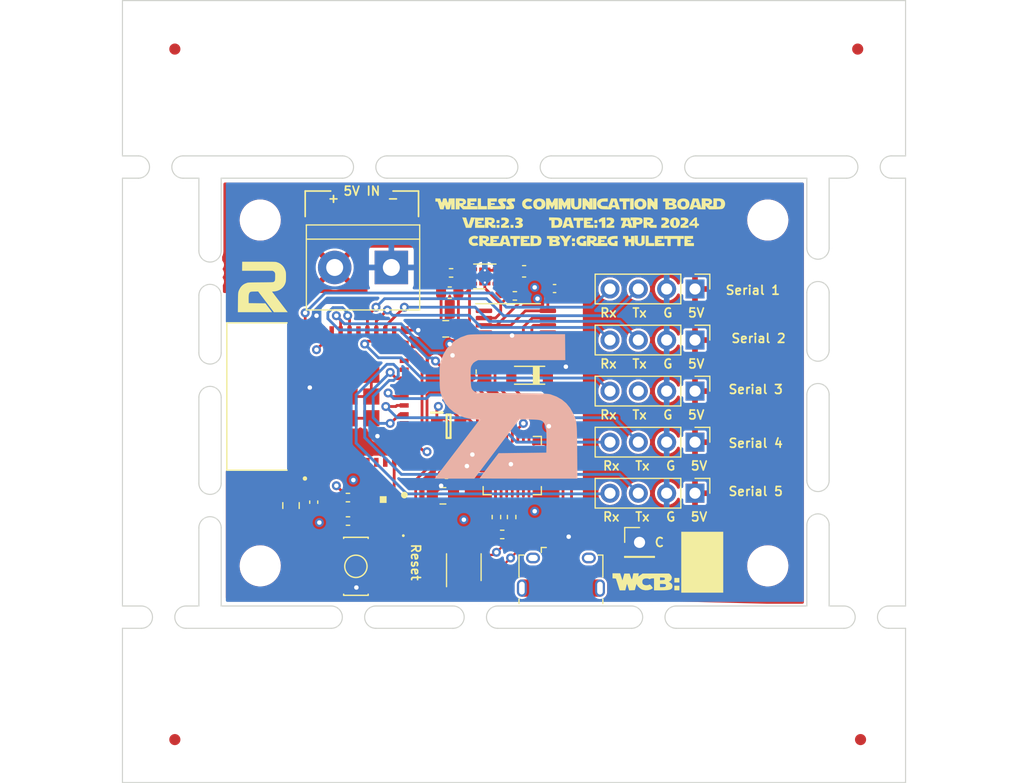
<source format=kicad_pcb>
(kicad_pcb (version 20211014) (generator pcbnew)
  (title_block (title "R2 Droid Gateway") (date "2023-07-06") (rev "1.1") (company "Created by: Greg Hulette") (comment 1 "- Creates WiFi Network for Remote Web Access") (comment 2 "- WiFi to LoRa Bridge") (comment 3 "- Buttons for Master Relay"))
  (layers (0 "F.Cu" signal) (1 "In1.Cu" signal) (2 "In2.Cu" signal) (31 "B.Cu" signal) (34 "B.Paste" user) (35 "F.Paste" user) (36 "B.SilkS" user "B.Silkscreen") (37 "F.SilkS" user "F.Silkscreen") (38 "B.Mask" user) (39 "F.Mask" user) (44 "Edge.Cuts" user))
  (net 0 "")
  (net 1 "+3V3")
  (net 2 "GND")
  (net 3 "RESET")
  (net 4 "Net-(C6-Pad2)")
  (net 5 "VBUS")
  (net 6 "+5V")
  (net 7 "Net-(D1-PadA)")
  (net 8 "USB_DP")
  (net 9 "USB_DN")
  (net 11 "unconnected-(J1-Pad6)")
  (net 13 "Net-(L2-Pad3)")
  (net 14 "DTR")
  (net 15 "RTS")
  (net 16 "GPIO0")
  (net 17 "Net-(R2-Pad1)")
  (net 18 "RXD0")
  (net 19 "Net-(R3-Pad1)")
  (net 20 "TXD0")
  (net 21 "Net-(R4-Pad2)")
  (net 22 "Net-(R6-Pad1)")
  (net 23 "Net-(R9-Pad1)")
  (net 25 "STATUS_LED_DATA")
  (net 55 "CHAIN")
  (net 59 "RX4")
  (net 60 "TX4")
  (net 61 "RX5")
  (net 62 "TX5")
  (net 63 "TX3")
  (net 64 "RX3")
  (net 65 "TX2")
  (net 66 "RX2")
  (net 67 "TX1")
  (net 68 "RX1")
  (footprint "Connector_PinHeader_2.54mm:PinHeader_1x01_P2.54mm_Vertical" (layer "F.Cu") (at 143.002 120.396)
    (fp_text reference "J8" hide)
    (fp_text value "Conn_01x01" hide)
  )
  (footprint "Connector_PinHeader_2.54mm:PinHeader_1x04_P2.54mm_Vertical" (layer "F.Cu") (at 147.974 102.259 -90)
    (fp_text reference "J4")
    (fp_text value "Conn_01x04" hide)
  )
  (footprint "Resistor_SMD:R_0402_1005Metric" (layer "F.Cu") (at 130.692 119.684 180)
    (fp_text reference "R4")
    (fp_text value "22.1K" hide)
  )
  (footprint "Custom:SOT65P230X110-6N" (layer "F.Cu") (at 125.883 109.986)
    (fp_text reference "Q2")
    (fp_text value "UMH3N" hide)
  )
  (footprint "Custom:mouse-bite-2mm-slot" (layer "F.Cu") (at 159 96.012 90)
    (fp_text reference "mouse-bite-2mm-slot" hide)
    (fp_text value "VAL**" hide)
    (fp_arc (start -2 -1) (mid -1 0) (end -2 1) (layer "Edge.Cuts") (width 0.1))
    (fp_arc (start 2 1) (mid 1 0) (end 2 -1) (layer "Edge.Cuts") (width 0.1))
  )
  (footprint "Capacitor_SMD:C_0402_1005Metric" (layer "F.Cu") (at 126.634 107.858)
    (fp_text reference "C3")
    (fp_text value ".1uF" hide)
  )
  (footprint "Resistor_SMD:R_0402_1005Metric" (layer "F.Cu") (at 131.538 118.124 -90)
    (fp_text reference "R6")
    (fp_text value "1K" hide)
  )
  (footprint "Package_SO:TSSOP-8_4.4x3mm_P0.65mm" (layer "F.Cu") (at 131.92 100.614)
    (fp_text reference "U4")
    (fp_text value "TPS2115APW" hide)
  )
  (footprint "Custom:mouse-bite-2mm-slot" (layer "F.Cu") (at 100.342 127.1)
    (fp_text reference "mouse-bite-2mm-slot" hide)
    (fp_text value "VAL**" hide)
    (fp_arc (start -2 -1) (mid -1 0) (end -2 1) (layer "Edge.Cuts") (width 0.1))
    (fp_arc (start 2 1) (mid 1 0) (end 2 -1) (layer "Edge.Cuts") (width 0.1))
  )
  (footprint "Capacitor_SMD:C_0805_2012Metric" (layer "F.Cu") (at 125.63 101.252)
    (fp_text reference "C8")
    (fp_text value "10uF" hide)
  )
  (footprint "TerminalBlock:TerminalBlock_bornier-2_P5.08mm" (layer "F.Cu") (at 120.754 95.752 180)
    (fp_text reference "J2")
    (fp_text value "Power In" hide)
  )
  (footprint "MountingHole:MountingHole_3.2mm_M3" (layer "F.Cu") (at 109 91.5)
    (fp_text reference "REF**" hide)
    (fp_text value "MountingHole_3.2mm_M3" hide)
  )
  (footprint "Custom:mouse-bite-2mm-slot" (layer "F.Cu") (at 117.36 127.1)
    (fp_text reference "mouse-bite-2mm-slot" hide)
    (fp_text value "VAL**" hide)
    (fp_arc (start -2 -1) (mid -1 0) (end -2 1) (layer "Edge.Cuts") (width 0.1))
    (fp_arc (start 2 1) (mid 1 0) (end 2 -1) (layer "Edge.Cuts") (width 0.1))
  )
  (footprint "Custom:mouse-bite-2mm-slot" (layer "F.Cu") (at 144.284 127.1)
    (fp_text reference "mouse-bite-2mm-slot" hide)
    (fp_text value "VAL**" hide)
    (fp_arc (start -2 -1) (mid -1 0) (end -2 1) (layer "Edge.Cuts") (width 0.1))
    (fp_arc (start 2 1) (mid 1 0) (end 2 -1) (layer "Edge.Cuts") (width 0.1))
  )
  (footprint "Logos:WCBv2.3Logo" (layer "F.Cu") (at 137.668 91.694)
    (fp_text reference "G***" hide)
    (fp_text value "LOGO" hide)
  )
  (footprint "Fiducial:Fiducial_1mm_Mask2mm" (layer "F.Cu") (at 101.346 138.075)
    (fp_text reference "REF**" hide)
    (fp_text value "Fiducial_1mm_Mask2mm" hide)
  )
  (footprint "Resistor_SMD:R_0402_1005Metric" (layer "F.Cu") (at 130.172 118.124 -90)
    (fp_text reference "R5")
    (fp_text value "47.5K" hide)
  )
  (footprint "Custom:mouse-bite-2mm-slot" (layer "F.Cu") (at 104.5 96.266 90)
    (fp_text reference "mouse-bite-2mm-slot" hide)
    (fp_text value "VAL**" hide)
    (fp_arc (start -2 -1) (mid -1 0) (end -2 1) (layer "Edge.Cuts") (width 0.1))
    (fp_arc (start 2 1) (mid 1 0) (end 2 -1) (layer "Edge.Cuts") (width 0.1))
  )
  (footprint "Capacitor_SMD:C_0805_2012Metric" (layer "F.Cu") (at 125.378 116.22 180)
    (fp_text reference "C4")
    (fp_text value "4.7uF" hide)
  )
  (footprint "Custom:mouse-bite-2mm-slot" (layer "F.Cu") (at 163.576 86.75)
    (fp_text reference "mouse-bite-2mm-slot" hide)
    (fp_text value "VAL**" hide)
    (fp_arc (start -2 -1) (mid -1 0) (end -2 1) (layer "Edge.Cuts") (width 0.1))
    (fp_arc (start 2 1) (mid 1 0) (end 2 -1) (layer "Edge.Cuts") (width 0.1))
  )
  (footprint "Custom:mouse-bite-2mm-slot" (layer "F.Cu") (at 104.5 105.41 -90)
    (fp_text reference "mouse-bite-2mm-slot" hide)
    (fp_text value "VAL**" hide)
    (fp_arc (start 2 1) (mid 1 0) (end 2 -1) (layer "Edge.Cuts") (width 0.1))
    (fp_arc (start -2 -1) (mid -1 0) (end -2 1) (layer "Edge.Cuts") (width 0.1))
  )
  (footprint "Resistor_SMD:R_0402_1005Metric" (layer "F.Cu") (at 126.908 105.116 90)
    (fp_text reference "R2")
    (fp_text value "1K" hide)
  )
  (footprint "Custom:mouse-bite-2mm-slot" (layer "F.Cu") (at 133.096 86.75)
    (fp_text reference "mouse-bite-2mm-slot" hide)
    (fp_text value "VAL**" hide)
    (fp_arc (start 2 1) (mid 1 0) (end 2 -1) (layer "Edge.Cuts") (width 0.1))
    (fp_arc (start -2 -1) (mid -1 0) (end -2 1) (layer "Edge.Cuts") (width 0.1))
  )
  (footprint "Resistor_SMD:R_0402_1005Metric" (layer "F.Cu") (at 116.86 116.382 180)
    (fp_text reference "R16")
    (fp_text value "470" hide)
  )
  (footprint "MountingHole:MountingHole_3.2mm_M3" (layer "F.Cu") (at 154.5 122.5)
    (fp_text reference "REF**" hide)
    (fp_text value "MountingHole_3.2mm_M3" hide)
  )
  (footprint "Fiducial:Fiducial_1mm_Mask2mm" (layer "F.Cu") (at 101.346 76.175)
    (fp_text reference "REF**" hide)
    (fp_text value "Fiducial_1mm_Mask2mm" hide)
  )
  (footprint "Custom:mouse-bite-2mm-slot" (layer "F.Cu") (at 146.05 86.75)
    (fp_text reference "mouse-bite-2mm-slot" hide)
    (fp_text value "VAL**" hide)
    (fp_arc (start 2 1) (mid 1 0) (end 2 -1) (layer "Edge.Cuts") (width 0.1))
    (fp_arc (start -2 -1) (mid -1 0) (end -2 1) (layer "Edge.Cuts") (width 0.1))
  )
  (footprint "Custom:MODULE_ESP32-PICO-MINI-02" (layer "F.Cu") (at 117.007 107.32 90)
    (fp_text reference "U1")
    (fp_text value "ESP32-PICO-MINI-02" hide)
  )
  (footprint "Custom:mouse-bite-2mm-slot" (layer "F.Cu") (at 159 105.156 -90)
    (fp_text reference "mouse-bite-2mm-slot" hide)
    (fp_text value "VAL**" hide)
    (fp_arc (start 2 1) (mid 1 0) (end 2 -1) (layer "Edge.Cuts") (width 0.1))
    (fp_arc (start -2 -1) (mid -1 0) (end -2 1) (layer "Edge.Cuts") (width 0.1))
  )
  (footprint "Connector_PinHeader_2.54mm:PinHeader_1x04_P2.54mm_Vertical" (layer "F.Cu") (at 147.974 106.836 -90)
    (fp_text reference "J5")
    (fp_text value "Conn_01x04" hide)
  )
  (footprint "Capacitor_SMD:C_0402_1005Metric" (layer "F.Cu") (at 135.444 103.216)
    (fp_text reference "C12")
    (fp_text value ".1uF" hide)
  )
  (footprint "Custom:mouse-bite-2mm-slot" (layer "F.Cu") (at 100.076 86.75)
    (fp_text reference "mouse-bite-2mm-slot" hide)
    (fp_text value "VAL**" hide)
    (fp_arc (start -2 -1) (mid -1 0) (end -2 1) (layer "Edge.Cuts") (width 0.1))
    (fp_arc (start 2 1) (mid 1 0) (end 2 -1) (layer "Edge.Cuts") (width 0.1))
  )
  (footprint "Connector_PinHeader_2.54mm:PinHeader_1x04_P2.54mm_Vertical" (layer "F.Cu") (at 147.974 115.99 -90)
    (fp_text reference "J7")
    (fp_text value "Conn_01x04" hide)
  )
  (footprint "MountingHole:MountingHole_3.2mm_M3" (layer "F.Cu") (at 109 122.5)
    (fp_text reference "REF**" hide)
    (fp_text value "MountingHole_3.2mm_M3" hide)
  )
  (footprint "Capacitor_SMD:C_0603_1608Metric" (layer "F.Cu") (at 125.988 98.012)
    (fp_text reference "C6")
    (fp_text value "1uF" hide)
  )
  (footprint "Fiducial:Fiducial_1mm_Mask2mm" (layer "F.Cu") (at 162.56 76.175)
    (fp_text reference "REF**" hide)
    (fp_text value "Fiducial_1mm_Mask2mm" hide)
  )
  (footprint "Custom:mouse-bite-2mm-slot" (layer "F.Cu") (at 163.334 127.1)
    (fp_text reference "mouse-bite-2mm-slot" hide)
    (fp_text value "VAL**" hide)
    (fp_arc (start -2 -1) (mid -1 0) (end -2 1) (layer "Edge.Cuts") (width 0.1))
    (fp_arc (start 2 1) (mid 1 0) (end 2 -1) (layer "Edge.Cuts") (width 0.1))
  )
  (footprint "Resistor_SMD:R_0402_1005Metric" (layer "F.Cu") (at 131.85 103.028)
    (fp_text reference "R9")
    (fp_text value "402" hide)
  )
  (footprint "Connector_PinHeader_2.54mm:PinHeader_1x04_P2.54mm_Vertical" (layer "F.Cu") (at 147.974 111.413 -90)
    (fp_text reference "J6")
    (fp_text value "Conn_01x04" hide)
  )
  (footprint "Custom:mouse-bite-2mm-slot" (layer "F.Cu") (at 159 116.84 90)
    (fp_text reference "mouse-bite-2mm-slot" hide)
    (fp_text value "VAL**" hide)
    (fp_arc (start -2 -1) (mid -1 0) (end -2 1) (layer "Edge.Cuts") (width 0.1))
    (fp_arc (start 2 1) (mid 1 0) (end 2 -1) (layer "Edge.Cuts") (width 0.1))
  )
  (footprint "Capacitor_SMD:C_0402_1005Metric" (layer "F.Cu") (at 113.796 116.79 -90)
    (fp_text reference "C2")
    (fp_text value ".1uF" hide)
  )
  (footprint "Resistor_SMD:R_0402_1005Metric" (layer "F.Cu") (at 127.978 105.088 90)
    (fp_text reference "R3")
    (fp_text value "1K" hide)
  )
  (footprint "Fiducial:Fiducial_1mm_Mask2mm" (layer "F.Cu") (at 162.814 138.075)
    (fp_text reference "REF**" hide)
    (fp_text value "Fiducial_1mm_Mask2mm" hide)
  )
  (footprint "Capacitor_SMD:C_0805_2012Metric" (layer "F.Cu") (at 111.76 117.094 -90)
    (fp_text reference "C1")
    (fp_text value "10uF" hide)
  )
  (footprint "Connector_USB:USB_Micro-B_Amphenol_10118194_Horizontal" (layer "F.Cu") (at 135.956 123.194)
    (fp_text reference "J1")
    (fp_text value "USB_B_Micro" hide)
  )
  (footprint "Custom:WS2812B-2020" (layer "F.Cu") (at 120.022 117.157)
    (fp_text reference "L2")
    (fp_text value "WS2812B-2020" hide)
  )
  (footprint "MountingHole:MountingHole_3.2mm_M3" (layer "F.Cu") (at 154.5 91.5)
    (fp_text reference "REF**" hide)
    (fp_text value "MountingHole_3.2mm_M3" hide)
  )
  (footprint "Capacitor_SMD:C_0402_1005Metric" (layer "F.Cu") (at 135.386 97.642)
    (fp_text reference "C9")
    (fp_text value ".1uF" hide)
  )
  (footprint "Custom:mouse-bite-2mm-slot" (layer "F.Cu") (at 118.364 86.75)
    (fp_text reference "mouse-bite-2mm-slot" hide)
    (fp_text value "VAL**" hide)
    (fp_arc (start 2 1) (mid 1 0) (end 2 -1) (layer "Edge.Cuts") (width 0.1))
    (fp_arc (start -2 -1) (mid -1 0) (end -2 1) (layer "Edge.Cuts") (width 0.1))
  )
  (footprint "Capacitor_SMD:C_0402_1005Metric" (layer "F.Cu") (at 125.696 114.304 180)
    (fp_text reference "C5")
    (fp_text value ".1uF" hide)
  )
  (footprint "Package_DFN_QFN:QFN-28-1EP_5x5mm_P0.5mm_EP3.35x3.35mm" (layer "F.Cu") (at 131.592 113.51)
    (fp_text reference "U2")
    (fp_text value "CP2102N-A02-GQFN28" hide)
  )
  (footprint "Connector_PinHeader_2.54mm:PinHeader_1x04_P2.54mm_Vertical" (layer "F.Cu") (at 147.974 97.682 -90)
    (fp_text reference "J3")
    (fp_text value "Conn_01x04" hide)
  )
  (footprint "Package_TO_SOT_SMD:SOT-143" (layer "F.Cu") (at 127.25 122.618 90)
    (fp_text reference "D2")
    (fp_text value "SP0503BAHTG" hide)
  )
  (footprint "Capacitor_SMD:C_0603_1608Metric" (layer "F.Cu") (at 132.654 96.098 180)
    (fp_text reference "C7")
    (fp_text value "1uF" hide)
  )
  (footprint "Custom:SOD3716X135N" (layer "F.Cu") (at 133.1485 105.4145 180)
    (fp_text reference "D1")
    (fp_text value "B5819W-TP" hide)
  )
  (footprint "Logos:WCBNumberv2" (layer "F.Cu") (at 145.542 122.174)
    (fp_text reference "G***" hide)
    (fp_text value "LOGO" hide)
  )
  (footprint "Resistor_SMD:R_0402_1005Metric" (layer "F.Cu") (at 131.826 98.298)
    (fp_text reference "R7")
    (fp_text value "10K" hide)
  )
  (footprint "Custom:mouse-bite-2mm-slot" (layer "F.Cu") (at 128.282 127.1)
    (fp_text reference "mouse-bite-2mm-slot" hide)
    (fp_text value "VAL**" hide)
    (fp_arc (start 2 1) (mid 1 0) (end 2 -1) (layer "Edge.Cuts") (width 0.1))
    (fp_arc (start -2 -1) (mid -1 0) (end -2 1) (layer "Edge.Cuts") (width 0.1))
  )
  (footprint "Package_SON:WSON-6-1EP_2x2mm_P0.65mm_EP1x1.6mm_ThermalVias" (layer "F.Cu") (at 129.134 96.558 180)
    (fp_text reference "U3")
    (fp_text value "LP5912-3.3DRV" hide)
  )
  (footprint "Resistor_SMD:R_0402_1005Metric" (layer "F.Cu") (at 126.108 96.238 180)
    (fp_text reference "R10")
    (fp_text value "402" hide)
  )
  (footprint "Resistor_SMD:R_0402_1005Metric" (layer "F.Cu") (at 116.866 118.484)
    (fp_text reference "R1")
    (fp_text value "10K" hide)
  )
  (footprint "Custom:mouse-bite-2mm-slot" (layer "F.Cu") (at 104.5 117.094 90)
    (fp_text reference "mouse-bite-2mm-slot" hide)
    (fp_text value "VAL**" hide)
    (fp_arc (start 2 1) (mid 1 0) (end 2 -1) (layer "Edge.Cuts") (width 0.1))
    (fp_arc (start -2 -1) (mid -1 0) (end -2 1) (layer "Edge.Cuts") (width 0.1))
  )
  (footprint "Logos:R2_Logo_V2" (layer "F.Cu") (at 109.22 97.854871)
    (fp_text reference "G***" hide)
    (fp_text value "LOGO" hide)
  )
  (footprint "Custom:SW_TL3342F160QG" (layer "F.Cu") (at 117.5765 122.5425 180)
    (fp_text reference "S1")
    (fp_text value "TL3342F160QG" hide)
  )
  (footprint "Logos:r2logoLarge" (layer "B.Cu") (at 131.064 109.22 180)
    (fp_text reference "G***" hide)
    (fp_text value "LOGO" hide)
  )
  (gr_line (start 113.03 88.9) (end 115.316 88.9) (layer "F.SilkS") (width 0.15))
  (gr_line (start 113.03 91.186) (end 113.03 88.9) (layer "F.SilkS") (width 0.15))
  (gr_line (start 123.19 88.9) (end 123.19 91.186) (layer "F.SilkS") (width 0.15))
  (gr_line (start 120.904 88.9) (end 123.19 88.9) (layer "F.SilkS") (width 0.15))
  (gr_line (start 166.85 126.1) (end 165.334 126.1) (layer "Edge.Cuts") (width 0.1))
  (gr_line (start 160 94.012) (end 160 87.75) (layer "Edge.Cuts") (width 0.1))
  (gr_line (start 115.36 128.1) (end 102.342 128.1) (layer "Edge.Cuts") (width 0.1))
  (gr_line (start 148.05 85.75) (end 161.576 85.75) (layer "Edge.Cuts") (width 0.1))
  (gr_line (start 158 103.156) (end 158 98.012) (layer "Edge.Cuts") (width 0.1))
  (gr_line (start 160 103.156) (end 160 98.012) (layer "Edge.Cuts") (width 0.1))
  (gr_line (start 158 94.012) (end 158 87.75) (layer "Edge.Cuts") (width 0.1))
  (gr_line (start 160 126.1) (end 161.334 126.1) (layer "Edge.Cuts") (width 0.1))
  (gr_line (start 146.284 126.1) (end 158 126.1) (layer "Edge.Cuts") (width 0.1))
  (gr_line (start 126.282 128.1) (end 119.36 128.1) (layer "Edge.Cuts") (width 0.1))
  (gr_line (start 105.5 98.266) (end 105.5 103.41) (layer "Edge.Cuts") (width 0.1))
  (gr_line (start 103.5 119.094) (end 103.5 126.1) (layer "Edge.Cuts") (width 0.1))
  (gr_line (start 105.5 126.1) (end 115.36 126.1) (layer "Edge.Cuts") (width 0.1))
  (gr_line (start 144.05 87.75) (end 135.096 87.75) (layer "Edge.Cuts") (width 0.1))
  (gr_line (start 166.85 85.75) (end 165.576 85.75) (layer "Edge.Cuts") (width 0.1))
  (gr_line (start 120.364 85.75) (end 131.096 85.75) (layer "Edge.Cuts") (width 0.1))
  (gr_line (start 131.096 87.75) (end 120.364 87.75) (layer "Edge.Cuts") (width 0.1))
  (gr_line (start 98.076 87.75) (end 96.65 87.75) (layer "Edge.Cuts") (width 0.1))
  (gr_line (start 103.5 115.094) (end 103.5 107.41) (layer "Edge.Cuts") (width 0.1))
  (gr_line (start 161.334 128.1) (end 146.284 128.1) (layer "Edge.Cuts") (width 0.1))
  (gr_line (start 103.5 103.41) (end 103.5 98.266) (layer "Edge.Cuts") (width 0.1))
  (gr_line (start 105.5 119.094) (end 105.5 126.1) (layer "Edge.Cuts") (width 0.1))
  (gr_line (start 158 114.84) (end 158 107.156) (layer "Edge.Cuts") (width 0.1))
  (gr_line (start 166.85 141.925) (end 166.85 128.1) (layer "Edge.Cuts") (width 0.1))
  (gr_line (start 119.36 126.1) (end 126.282 126.1) (layer "Edge.Cuts") (width 0.1))
  (gr_line (start 142.284 128.1) (end 130.282 128.1) (layer "Edge.Cuts") (width 0.1))
  (gr_line (start 160 114.84) (end 160 107.156) (layer "Edge.Cuts") (width 0.1))
  (gr_line (start 96.65 141.925) (end 166.85 141.925) (layer "Edge.Cuts") (width 0.1))
  (gr_line (start 166.85 71.825) (end 166.85 85.75) (layer "Edge.Cuts") (width 0.1))
  (gr_line (start 102.342 126.1) (end 103.5 126.1) (layer "Edge.Cuts") (width 0.1))
  (gr_line (start 165.576 87.75) (end 166.85 87.75) (layer "Edge.Cuts") (width 0.1))
  (gr_line (start 96.65 85.75) (end 98.076 85.75) (layer "Edge.Cuts") (width 0.1))
  (gr_line (start 135.096 85.75) (end 144.05 85.75) (layer "Edge.Cuts") (width 0.1))
  (gr_line (start 102.076 87.75) (end 103.5 87.75) (layer "Edge.Cuts") (width 0.1))
  (gr_line (start 105.5 87.75) (end 105.5 94.266) (layer "Edge.Cuts") (width 0.1))
  (gr_line (start 96.65 128.1) (end 96.65 141.925) (layer "Edge.Cuts") (width 0.1))
  (gr_line (start 130.282 126.1) (end 142.284 126.1) (layer "Edge.Cuts") (width 0.1))
  (gr_line (start 166.85 128.1) (end 165.334 128.1) (layer "Edge.Cuts") (width 0.1))
  (gr_line (start 96.65 71.825) (end 166.85 71.825) (layer "Edge.Cuts") (width 0.1))
  (gr_line (start 98.342 128.1) (end 96.65 128.1) (layer "Edge.Cuts") (width 0.1))
  (gr_line (start 105.5 107.41) (end 105.5 115.094) (layer "Edge.Cuts") (width 0.1))
  (gr_line (start 166.85 87.75) (end 166.85 126.1) (layer "Edge.Cuts") (width 0.1))
  (gr_line (start 161.576 87.75) (end 160 87.75) (layer "Edge.Cuts") (width 0.1))
  (gr_line (start 116.364 85.75) (end 102.076 85.75) (layer "Edge.Cuts") (width 0.1))
  (gr_line (start 98.342 126.1) (end 96.65 126.1) (layer "Edge.Cuts") (width 0.1))
  (gr_line (start 160 118.84) (end 160 126.1) (layer "Edge.Cuts") (width 0.1))
  (gr_line (start 158 87.75) (end 148.05 87.75) (layer "Edge.Cuts") (width 0.1))
  (gr_line (start 96.65 71.825) (end 96.65 85.75) (layer "Edge.Cuts") (width 0.1))
  (gr_line (start 103.5 94.266) (end 103.5 87.75) (layer "Edge.Cuts") (width 0.1))
  (gr_line (start 158 126.1) (end 158 118.84) (layer "Edge.Cuts") (width 0.1))
  (gr_line (start 96.65 87.75) (end 96.65 126.1) (layer "Edge.Cuts") (width 0.1))
  (gr_line (start 116.364 87.75) (end 105.5 87.75) (layer "Edge.Cuts") (width 0.1))
  (gr_text "5V" (at 148.082 108.966) (layer "F.SilkS") (effects (font (size 0.8 0.8))))
  (gr_text "5V" (at 148.082 104.394) (layer "F.SilkS") (effects (font (size 0.8 0.8))))
  (gr_text "Rx" (at 140.208 108.966) (layer "F.SilkS") (effects (font (size 0.8 0.8))))
  (gr_text "5V IN" (at 118.11 88.9) (layer "F.SilkS") (effects (font (size 0.8 0.8))))
  (gr_text "Serial 4" (at 153.416 111.506) (layer "F.SilkS") (effects (font (size 0.8 0.8))))
  (gr_text "Tx" (at 143.256 113.538) (layer "F.SilkS") (effects (font (size 0.8 0.8))))
  (gr_text "C" (at 144.78 120.396) (layer "F.SilkS") (effects (font (size 0.8 0.8))))
  (gr_text "Tx" (at 143.002 108.966) (layer "F.SilkS") (effects (font (size 0.8 0.8))))
  (gr_text "Tx" (at 143.002 104.394) (layer "F.SilkS") (effects (font (size 0.8 0.8))))
  (gr_text "5V" (at 148.082 99.822) (layer "F.SilkS") (effects (font (size 0.8 0.8))))
  (gr_text "G" (at 145.542 104.394) (layer "F.SilkS") (effects (font (size 0.8 0.8))))
  (gr_text "+" (at 115.57 89.662 180) (layer "F.SilkS") (effects (font (size 0.8 0.8))))
  (gr_text "Serial 5" (at 153.416 115.824) (layer "F.SilkS") (effects (font (size 0.8 0.8))))
  (gr_text "Rx" (at 140.462 113.538) (layer "F.SilkS") (effects (font (size 0.8 0.8))))
  (gr_text "5V" (at 148.336 113.538) (layer "F.SilkS") (effects (font (size 0.8 0.8))))
  (gr_text "Serial 3" (at 153.416 106.68) (layer "F.SilkS") (effects (font (size 0.8 0.8))))
  (gr_text "5V" (at 148.336 118.11) (layer "F.SilkS") (effects (font (size 0.8 0.8))))
  (gr_text "Tx" (at 143.002 99.822) (layer "F.SilkS") (effects (font (size 0.8 0.8))))
  (gr_text "-" (at 120.904 89.662 180) (layer "F.SilkS") (effects (font (size 0.8 0.8))))
  (gr_text "Rx" (at 140.208 104.394) (layer "F.SilkS") (effects (font (size 0.8 0.8))))
  (gr_text "G" (at 145.542 108.966) (layer "F.SilkS") (effects (font (size 0.8 0.8))))
  (gr_text "Serial 2" (at 153.67 102.108) (layer "F.SilkS") (effects (font (size 0.8 0.8))))
  (gr_text "Tx" (at 143.256 118.11) (layer "F.SilkS") (effects (font (size 0.8 0.8))))
  (gr_text "G" (at 145.542 99.822) (layer "F.SilkS") (effects (font (size 0.8 0.8))))
  (gr_text "Rx" (at 140.462 118.11) (layer "F.SilkS") (effects (font (size 0.8 0.8))))
  (gr_text "G" (at 145.796 113.538) (layer "F.SilkS") (effects (font (size 0.8 0.8))))
  (gr_text "G" (at 145.796 118.11) (layer "F.SilkS") (effects (font (size 0.8 0.8))))
  (gr_text "Reset" (at 122.936 122.174 270) (layer "F.SilkS") (effects (font (size 0.8 0.8))))
  (gr_text "Rx" (at 140.208 99.822) (layer "F.SilkS") (effects (font (size 0.8 0.8))))
  (gr_text "Serial 1" (at 153.162 97.79) (layer "F.SilkS") (effects (font (size 0.8 0.8))))
  (segment (start 128.218 115.01) (end 127.718 114.51) (width 0.25) (layer "F.Cu") (net 1))
  (segment (start 129.142 114.51) (end 127.552 114.51) (width 0.25) (layer "F.Cu") (net 1))
  (segment (start 126.382 114.51) (end 126.176 114.304) (width 0.25) (layer "F.Cu") (net 1))
  (segment (start 127.552 114.51) (end 126.382 114.51) (width 0.25) (layer "F.Cu") (net 1))
  (segment (start 129.142 115.01) (end 128.218 115.01) (width 0.25) (layer "F.Cu") (net 1))
  (segment (start 127.718 114.51) (end 127.552 114.51) (width 0.25) (layer "F.Cu") (net 1))
  (via (at 117.348 114.808) (size 0.8) (drill 0.4) (layers "F.Cu" "B.Cu") (net 1))
  (via (at 134.874 109.982) (size 0.8) (drill 0.4) (layers "F.Cu" "B.Cu") (net 1))
  (via (at 133.604 117.602) (size 0.8) (drill 0.4) (layers "F.Cu" "B.Cu") (net 1))
  (via (at 127.254 118.364) (size 0.8) (drill 0.4) (layers "F.Cu" "B.Cu") (net 1))
  (via (at 133.604 97.536) (size 0.8) (drill 0.4) (layers "F.Cu" "B.Cu") (net 1))
  (via (at 125.984 102.616) (size 0.8) (drill 0.4) (layers "F.Cu" "B.Cu") (net 1))
  (via (at 114.3 118.618) (size 0.8) (drill 0.4) (layers "F.Cu" "B.Cu") (net 1))
  (via (at 133.858 98.552) (size 0.8) (drill 0.4) (layers "F.Cu" "B.Cu") (net 1))
  (segment (start 117.007 109.27) (end 115.057 109.27) (width 0.25) (layer "F.Cu") (net 2))
  (segment (start 129.9215 96.008) (end 130.0215 95.908) (width 0.25) (layer "F.Cu") (net 2))
  (segment (start 113.444 106.52) (end 114.257 106.52) (width 0.25) (layer "F.Cu") (net 2))
  (segment (start 128.46552 110.386192) (end 128.46552 109.20952) (width 0.25) (layer "F.Cu") (net 2))
  (segment (start 112.776 124.206) (end 113.0125 124.4425) (width 0.25) (layer "F.Cu") (net 2))
  (segment (start 131.4415 94.488) (end 130.0215 95.908) (width 0.25) (layer "F.Cu") (net 2))
  (segment (start 131.589328 113.51) (end 128.46552 110.386192) (width 0.25) (layer "F.Cu") (net 2))
  (segment (start 121.007 110.865) (end 121.007 112.673) (width 0.25) (layer "F.Cu") (net 2))
  (segment (start 129.0575 100.289) (end 130.089 100.289) (width 0.25) (layer "F.Cu") (net 2))
  (segment (start 118.957 107.32) (end 117.007 107.32) (width 0.25) (layer "F.Cu") (net 2))
  (segment (start 121.007 113.22) (end 121.007 116.477) (width 0.25) (layer "F.Cu") (net 2))
  (segment (start 115.057 107.32) (end 115.057 105.37) (width 0.25) (layer "F.Cu") (net 2))
  (segment (start 136.398 104.648) (end 135.924 104.174) (width 0.25) (layer "F.Cu") (net 2))
  (segment (start 125.213 100.719) (end 124.68 101.252) (width 0.25) (layer "F.Cu") (net 2))
  (segment (start 135.866 97.63507) (end 135.866 97.642) (width 0.25) (layer "F.Cu") (net 2))
  (segment (start 125.222 98.003) (end 125.222 96.614) (width 0.25) (layer "F.Cu") (net 2))
  (segment (start 130.556 99.822) (end 130.556 99.03) (width 0.25) (layer "F.Cu") (net 2))
  (segment (start 112.776 120.904) (end 112.776 124.206) (width 0.25) (layer "F.Cu") (net 2))
  (segment (start 129.134 96.008) (end 129.9215 96.008) (width 0.25) (layer "F.Cu") (net 2))
  (segment (start 132.36 103.028) (end 132.36 102.642) (width 0.25) (layer "F.Cu") (net 2))
  (segment (start 130.556 99.03) (end 129.134 97.608) (width 0.25) (layer "F.Cu") (net 2))
  (segment (start 112.057 113.27) (end 113.757 113.27) (width 0.25) (layer "F.Cu") (net 2))
  (segment (start 135.924 104.174) (end 135.924 103.216) (width 0.25) (layer "F.Cu") (net 2))
  (segment (start 113.0125 124.4425) (end 114.4265 124.4425) (width 0.25) (layer "F.Cu") (net 2))
  (segment (start 119.507 110.871) (end 121.007 112.371) (width 0.25) (layer "F.Cu") (net 2))
  (segment (start 130.089 100.289) (end 130.556 99.822) (width 0.25) (layer "F.Cu") (net 2))
  (segment (start 121.957 113.27) (end 121.057 113.27) (width 0.25) (layer "F.Cu") (net 2))
  (segment (start 118.957 109.27) (end 118.957 110.321) (width 0.25) (layer "F.Cu") (net 2))
  (segment (start 128.584 96.558) (end 129.134 97.108) (width 0.25) (layer "F.Cu") (net 2))
  (segment (start 125.476 120.142) (end 124.968 120.65) (width 0.25) (layer "F.Cu") (net 2))
  (segment (start 121.057 113.27) (end 121.007 113.22) (width 0.25) (layer "F.Cu") (net 2))
  (segment (start 125.222 96.614) (end 125.598 96.238) (width 0.25) (layer "F.Cu") (net 2))
  (segment (start 125.216 114.304) (end 125.216 115.322) (width 0.25) (layer "F.Cu") (net 2))
  (segment (start 125.213 98.012) (end 125.222 98.003) (width 0.25) (layer "F.Cu") (net 2))
  (segment (start 131.288 98.298) (end 130.556 99.03) (width 0.25) (layer "F.Cu") (net 2))
  (segment (start 121.007 112.371) (end 121.007 112.673) (width 0.25) (layer "F.Cu") (net 2))
  (segment (start 134.32893 96.098) (end 135.866 97.63507) (width 0.25) (layer "F.Cu") (net 2))
  (segment (start 121.007 112.673) (end 121.007 113.22) (width 0.25) (layer "F.Cu") (net 2))
  (segment (start 133.429 96.098) (end 134.32893 96.098) (width 0.25) (layer "F.Cu") (net 2))
  (segment (start 131.092 113.01) (end 131.469 113.387) (width 0.25) (layer "F.Cu") (net 2))
  (segment (start 124.968 120.65) (end 124.968 122.682) (width 0.25) (layer "F.Cu") (net 2))
  (segment (start 115.057 105.37) (end 118.957 105.37) (width 0.25) (layer "F.Cu") (net 2))
  (segment (start 123.166 101.37) (end 121.957 101.37) (width 0.25) (layer "F.Cu") (net 2))
  (segment (start 128.46552 109.20952) (end 127.114 107.858) (width 0.25) (layer "F.Cu") (net 2))
  (segment (start 114.257 106.52) (end 115.057 107.32) (width 0.25) (layer "F.Cu") (net 2))
  (segment (start 112.107 106.52) (end 113.444 106.52) (width 0.25) (layer "F.Cu") (net 2))
  (segment (start 133.429 95.075) (end 132.842 94.488) (width 0.25) (layer "F.Cu") (net 2))
  (segment (start 125.216 115.322) (end 125.216 115.432) (width 0.25) (layer "F.Cu") (net 2))
  (segment (start 125.216 115.432) (end 124.428 116.22) (width 0.25) (layer "F.Cu") (net 2))
  (segment (start 120.7265 124.4425) (end 125.7555 124.4425) (width 0.25) (layer "F.Cu") (net 2))
  (segment (start 112.057 101.37) (end 112.057 113.27) (width 0.25) (layer "F.Cu") (net 2))
  (segment (start 128.524 120.142) (end 125.476 120.142) (width 0.25) (layer "F.Cu") (net 2))
  (segment (start 124.562 101.37) (end 123.166 101.37) (width 0.25) (layer "F.Cu") (net 2))
  (segment (start 113.757 113.27) (end 113.807 113.22) (width 0.25) (layer "F.Cu") (net 2))
  (segment (start 128.2465 96.558) (end 128.584 96.558) (width 0.25) (layer "F.Cu") (net 2))
  (segment (start 131.316 98.298) (end 131.288 98.298) (width 0.25) (layer "F.Cu") (net 2))
  (segment (start 118.957 110.321) (end 119.507 110.871) (width 0.25) (layer "F.Cu") (net 2))
  (segment (start 111.76 118.044) (end 111.76 119.888) (width 0.25) (layer "F.Cu") (net 2))
  (segment (start 129.134 97.608) (end 129.134 97.108) (width 0.25) (layer "F.Cu") (net 2))
  (segment (start 118.957 109.27) (end 117.007 109.27) (width 0.25) (layer "F.Cu") (net 2))
  (segment (start 125.7555 124.4425) (end 126.48 123.718) (width 0.25) (layer "F.Cu") (net 2))
  (segment (start 132.842 94.488) (end 131.4415 94.488) (width 0.25) (layer "F.Cu") (net 2))
  (segment (start 115.057 109.27) (end 115.057 107.32) (width 0.25) (layer "F.Cu") (net 2))
  (segment (start 135.924 102.7305) (end 135.924 103.216) (width 0.25) (layer "F.Cu") (net 2))
  (segment (start 121.907 110.52) (end 121.352 110.52) (width 0.25) (layer "F.Cu") (net 2))
  (segment (start 121.007 116.477) (end 121.037 116.507) (width 0.25) (layer "F.Cu") (net 2))
  (segment (start 124.68 101.252) (end 124.562 101.37) (width 0.25) (layer "F.Cu") (net 2))
  (segment (start 121.352 110.52) (end 121.007 110.865) (width 0.25) (layer "F.Cu") (net 2))
  (segment (start 125.213 98.012) (end 125.213 100.719) (width 0.25) (layer "F.Cu") (net 2))
  (segment (start 112.534 117.27) (end 111.76 118.044) (width 0.25) (layer "F.Cu") (net 2))
  (segment (start 111.76 119.888) (end 112.776 120.904) (width 0.25) (layer "F.Cu") (net 2))
  (segment (start 126.004 123.718) (end 126.48 123.718) (width 0.25) (layer "F.Cu") (net 2))
  (segment (start 114.4265 124.4425) (end 117.6195 124.4425) (width 0.25) (layer "F.Cu") (net 2))
  (segment (start 118.957 105.37) (end 118.957 107.32) (width 0.25) (layer "F.Cu") (net 2))
  (segment (start 132.36 102.642) (end 131.572 101.854) (width 0.25) (layer "F.Cu") (net 2))
  (segment (start 113.796 117.27) (end 112.534 117.27) (width 0.25) (layer "F.Cu") (net 2))
  (segment (start 131.592 113.51) (end 131.589328 113.51) (width 0.25) (layer "F.Cu") (net 2))
  (segment (start 117.6195 124.4425) (end 120.7265 124.4425) (width 0.25) (layer "F.Cu") (net 2))
  (segment (start 137.256 120.492) (end 136.652 119.888) (width 0.25) (layer "F.Cu") (net 2))
  (segment (start 133.429 96.098) (end 133.429 95.075) (width 0.25) (layer "F.Cu") (net 2))
  (segment (start 130.172 118.634) (end 130.032 118.634) (width 0.25) (layer "F.Cu") (net 2))
  (segment (start 130.032 118.634) (end 128.524 120.142) (width 0.25) (layer "F.Cu") (net 2))
  (segment (start 124.968 122.682) (end 126.004 123.718) (width 0.25) (layer "F.Cu") (net 2))
  (segment (start 137.256 121.794) (end 137.256 120.492) (width 0.25) (layer "F.Cu") (net 2))
  (segment (start 131.469 113.387) (end 131.592 113.51) (width 0.25) (layer "F.Cu") (net 2))
  (segment (start 129.142 113.01) (end 131.092 113.01) (width 0.25) (layer "F.Cu") (net 2))
  (segment (start 134.7825 101.589) (end 135.924 102.7305) (width 0.25) (layer "F.Cu") (net 2))
  (via (at 136.398 104.648) (size 0.8) (drill 0.4) (layers "F.Cu" "B.Cu") (net 2))
  (via (at 113.444 106.52) (size 0.8) (drill 0.4) (layers "F.Cu" "B.Cu") (net 2))
  (via (at 119.507 110.871) (size 0.8) (drill 0.4) (layers "F.Cu" "B.Cu") (net 2))
  (via (at 131.469 113.387) (size 0.8) (drill 0.4) (layers "F.Cu" "B.Cu") (net 2))
  (via (at 123.166 101.37) (size 0.8) (drill 0.4) (layers "F.Cu" "B.Cu") (net 2))
  (via (at 125.216 115.322) (size 0.8) (drill 0.4) (layers "F.Cu" "B.Cu") (net 2))
  (via (at 117.6195 124.4425) (size 0.8) (drill 0.4) (layers "F.Cu" "B.Cu") (net 2))
  (via (at 131.572 101.854) (size 0.8) (drill 0.4) (layers "F.Cu" "B.Cu") (net 2))
  (via (at 136.652 119.888) (size 0.8) (drill 0.4) (layers "F.Cu" "B.Cu") (net 2))
  (segment (start 117.376 118.484) (end 117.764 118.872) (width 0.25) (layer "F.Cu") (net 3))
  (segment (start 120.7265 120.6425) (end 119.5345 120.6425) (width 0.25) (layer "F.Cu") (net 3))
  (segment (start 114.4265 120.6425) (end 115.2175 120.6425) (width 0.25) (layer "F.Cu") (net 3))
  (segment (start 119.831511 118.674489) (end 119.831511 115.259511) (width 0.25) (layer "F.Cu") (net 3))
  (segment (start 126.954022 113.03) (end 127.291489 112.692533) (width 0.25) (layer "F.Cu") (net 3))
  (segment (start 127.291489 112.692533) (end 127.291489 111.976511) (width 0.25) (layer "F.Cu") (net 3))
  (segment (start 121.863511 118.674489) (end 122.936 117.602) (width 0.25) (layer "F.Cu") (net 3))
  (segment (start 117.764 118.872) (end 119.634 118.872) (width 0.25) (layer "F.Cu") (net 3))
  (segment (start 127.291489 111.976511) (end 128.016 111.252) (width 0.25) (layer "F.Cu") (net 3))
  (segment (start 128.016 109.669978) (end 127.682022 109.336) (width 0.25) (layer "F.Cu") (net 3))
  (segment (start 118.607 114.035) (end 118.607 113.22) (width 0.25) (layer "F.Cu") (net 3))
  (segment (start 126.154 107.858) (end 126.154 108.557) (width 0.25) (layer "F.Cu") (net 3))
  (segment (start 124.714 113.03) (end 126.954022 113.03) (width 0.25) (layer "F.Cu") (net 3))
  (segment (start 126.154 108.557) (end 126.933 109.336) (width 0.25) (layer "F.Cu") (net 3))
  (segment (start 119.5345 120.6425) (end 117.376 118.484) (width 0.25) (layer "F.Cu") (net 3))
  (segment (start 119.634 118.872) (end 119.831511 118.674489) (width 0.25) (layer "F.Cu") (net 3))
  (segment (start 128.016 111.252) (end 128.016 109.669978) (width 0.25) (layer "F.Cu") (net 3))
  (segment (start 122.936 114.808) (end 124.714 113.03) (width 0.25) (layer "F.Cu") (net 3))
  (segment (start 119.831511 115.259511) (end 118.607 114.035) (width 0.25) (layer "F.Cu") (net 3))
  (segment (start 122.936 117.602) (end 122.936 114.808) (width 0.25) (layer "F.Cu") (net 3))
  (segment (start 115.2175 120.6425) (end 117.376 118.484) (width 0.25) (layer "F.Cu") (net 3))
  (segment (start 127.682022 109.336) (end 126.933 109.336) (width 0.25) (layer "F.Cu") (net 3))
  (segment (start 119.831511 118.674489) (end 121.863511 118.674489) (width 0.25) (layer "F.Cu") (net 3))
  (segment (start 132.588 101.092) (end 133.391 100.289) (width 0.25) (layer "F.Cu") (net 4))
  (segment (start 128.2465 97.208) (end 127.942 97.208) (width 0.25) (layer "F.Cu") (net 4))
  (segment (start 127.942 97.208) (end 127.508 96.774) (width 0.25) (layer "F.Cu") (net 4))
  (segment (start 127.508 96.774) (end 127.508 96.504977) (width 0.25) (layer "F.Cu") (net 4))
  (segment (start 127.762 102.108) (end 129.286 103.632) (width 0.25) (layer "F.Cu") (net 4))
  (segment (start 131.228141 103.886) (end 132.471859 103.886) (width 0.25) (layer "F.Cu") (net 4))
  (segment (start 126.763 98.012) (end 127.4425 98.012) (width 0.25) (layer "F.Cu") (net 4))
  (segment (start 126.948 95.908) (end 128.2465 95.908) (width 0.25) (layer "F.Cu") (net 4))
  (segment (start 132.471859 103.886) (end 132.95452 103.403339) (width 0.25) (layer "F.Cu") (net 4))
  (segment (start 132.95452 102.600802) (end 132.588 102.234282) (width 0.25) (layer "F.Cu") (net 4))
  (segment (start 129.286 103.632) (end 130.974141 103.632) (width 0.25) (layer "F.Cu") (net 4))
  (segment (start 127.762 97.6925) (end 127.762 102.108) (width 0.25) (layer "F.Cu") (net 4))
  (segment (start 126.763 98.012) (end 126.763 101.069) (width 0.25) (layer "F.Cu") (net 4))
  (segment (start 128.2465 97.208) (end 127.762 97.6925) (width 0.25) (layer "F.Cu") (net 4))
  (segment (start 127.508 96.504977) (end 128.104977 95.908) (width 0.25) (layer "F.Cu") (net 4))
  (segment (start 127.4425 98.012) (end 128.2465 97.208) (width 0.25) (layer "F.Cu") (net 4))
  (segment (start 132.95452 103.403339) (end 132.95452 102.600802) (width 0.25) (layer "F.Cu") (net 4))
  (segment (start 126.618 96.238) (end 126.948 95.908) (width 0.25) (layer "F.Cu") (net 4))
  (segment (start 132.588 102.234282) (end 132.588 101.092) (width 0.25) (layer "F.Cu") (net 4))
  (segment (start 126.763 101.069) (end 126.58 101.252) (width 0.25) (layer "F.Cu") (net 4))
  (segment (start 128.104977 95.908) (end 128.2465 95.908) (width 0.25) (layer "F.Cu") (net 4))
  (segment (start 130.974141 103.632) (end 131.228141 103.886) (width 0.25) (layer "F.Cu") (net 4))
  (segment (start 133.391 100.289) (end 134.7825 100.289) (width 0.25) (layer "F.Cu") (net 4))
  (segment (start 134.964 105.2373) (end 134.7868 105.4145) (width 0.25) (layer "F.Cu") (net 5))
  (segment (start 131.202 119.684) (end 134.824 119.684) (width 0.25) (layer "F.Cu") (net 5))
  (segment (start 130.048 106.172) (end 130.048 104.648) (width 0.25) (layer "F.Cu") (net 5))
  (segment (start 132.08 108.204) (end 130.048 106.172) (width 0.25) (layer "F.Cu") (net 5))
  (segment (start 136.144 118.364) (end 136.144 108.966) (width 0.25) (layer "F.Cu") (net 5))
  (segment (start 136.144 108.966) (end 135.382 108.204) (width 0.25) (layer "F.Cu") (net 5))
  (segment (start 133.35 101.602) (end 134.964 103.216) (width 0.25) (layer "F.Cu") (net 5))
  (segment (start 135.382 108.204) (end 132.08 108.204) (width 0.25) (layer "F.Cu") (net 5))
  (segment (start 130.048 104.648) (end 130.302 104.394) (width 0.25) (layer "F.Cu") (net 5))
  (segment (start 133.35 101.092) (end 133.35 101.602) (width 0.25) (layer "F.Cu") (net 5))
  (segment (start 133.503 100.939) (end 133.35 101.092) (width 0.25) (layer "F.Cu") (net 5))
  (segment (start 134.824 119.684) (end 136.144 118.364) (width 0.25) (layer "F.Cu") (net 5))
  (segment (start 133.6085 105.4145) (end 134.7868 105.4145) (width 0.25) (layer "F.Cu") (net 5))
  (segment (start 132.588 104.394) (end 133.6085 105.4145) (width 0.25) (layer "F.Cu") (net 5))
  (segment (start 134.7825 100.939) (end 133.503 100.939) (width 0.25) (layer "F.Cu") (net 5))
  (segment (start 130.302 104.394) (end 132.588 104.394) (width 0.25) (layer "F.Cu") (net 5))
  (segment (start 134.964 103.216) (end 134.964 105.2373) (width 0.25) (layer "F.Cu") (net 5))
  (segment (start 132.771 99.639) (end 131.471 100.939) (width 0.25) (layer "F.Cu") (net 6))
  (segment (start 134.7825 99.639) (end 132.771 99.639) (width 0.25) (layer "F.Cu") (net 6))
  (segment (start 136.398 98.298) (end 135.55507 98.298) (width 0.25) (layer "F.Cu") (net 6))
  (segment (start 136.906 97.79) (end 136.398 98.298) (width 0.25) (layer "F.Cu") (net 6))
  (segment (start 130.201 100.939) (end 129.0575 100.939) (width 0.25) (layer "F.Cu") (net 6))
  (segment (start 132.336 98.298) (end 132.336 98.804) (width 0.25) (layer "F.Cu") (net 6))
  (segment (start 134.7825 97.7655) (end 134.906 97.642) (width 0.25) (layer "F.Cu") (net 6))
  (segment (start 136.906 93.218) (end 136.906 97.79) (width 0.25) (layer "F.Cu") (net 6))
  (segment (start 131.471 100.939) (end 130.201 100.939) (width 0.25) (layer "F.Cu") (net 6))
  (segment (start 132.336 98.804) (end 130.201 100.939) (width 0.25) (layer "F.Cu") (net 6))
  (segment (start 134.906 97.642) (end 134.906 97.64893) (width 0.25) (layer "F.Cu") (net 6))
  (segment (start 134.7825 99.639) (end 134.7825 97.7655) (width 0.25) (layer "F.Cu") (net 6))
  (segment (start 135.55507 98.298) (end 134.906 97.64893) (width 0.25) (layer "F.Cu") (net 6))
  (segment (start 136.906 107.95) (end 136.398 107.442) (width 0.25) (layer "F.Cu") (net 7))
  (segment (start 139.446 122.936) (end 139.446 120.904) (width 0.25) (layer "F.Cu") (net 7))
  (segment (start 136.398 107.442) (end 132.588 107.442) (width 0.25) (layer "F.Cu") (net 7))
  (segment (start 132.588 107.442) (end 131.5102 106.3642) (width 0.25) (layer "F.Cu") (net 7))
  (segment (start 128.523511 123.394489) (end 133.399511 123.394489) (width 0.25) (layer "F.Cu") (net 7))
  (segment (start 133.399511 123.394489) (end 134.656 122.138) (width 0.25) (layer "F.Cu") (net 7))
  (segment (start 134.873 122.936) (end 139.446 122.936) (width 0.25) (layer "F.Cu") (net 7))
  (segment (start 134.656 122.138) (end 134.656 121.794) (width 0.25) (layer "F.Cu") (net 7))
  (segment (start 136.906 118.364) (end 136.906 107.95) (width 0.25) (layer "F.Cu") (net 7))
  (segment (start 139.446 120.904) (end 136.906 118.364) (width 0.25) (layer "F.Cu") (net 7))
  (segment (start 128.2 123.718) (end 128.523511 123.394489) (width 0.25) (layer "F.Cu") (net 7))
  (segment (start 134.656 121.794) (end 134.656 122.719) (width 0.25) (layer "F.Cu") (net 7))
  (segment (start 131.5102 106.3642) (end 131.5102 105.4145) (width 0.25) (layer "F.Cu") (net 7))
  (segment (start 134.656 122.719) (end 134.873 122.936) (width 0.25) (layer "F.Cu") (net 7))
  (segment (start 129.06652 113.43452) (end 128.654547 113.43452) (width 0.2) (layer "F.Cu") (net 8))
  (segment (start 128.654547 113.43452) (end 128.016 112.795973) (width 0.2) (layer "F.Cu") (net 8))
  (segment (start 130.95552 120.50448) (end 130.175 121.285) (width 0.2) (layer "F.Cu") (net 8))
  (segment (start 135.179 120.142) (end 132.588 120.142) (width 0.2) (layer "F.Cu") (net 8))
  (segment (start 129.942 121.518) (end 128.2 121.518) (width 0.2) (layer "F.Cu") (net 8))
  (segment (start 132.588 120.142) (end 132.22552 120.50448) (width 0.2) (layer "F.Cu") (net 8))
  (segment (start 135.956 121.794) (end 135.956 120.919) (width 0.2) (layer "F.Cu") (net 8))
  (segment (start 130.175 121.285) (end 129.942 121.518) (width 0.2) (layer "F.Cu") (net 8))
  (segment (start 135.956 120.919) (end 135.179 120.142) (width 0.2) (layer "F.Cu") (net 8))
  (segment (start 128.016 112.795973) (end 128.016 112.522) (width 0.2) (layer "F.Cu") (net 8))
  (segment (start 132.22552 120.50448) (end 130.95552 120.50448) (width 0.2) (layer "F.Cu") (net 8))
  (segment (start 129.142 113.51) (end 129.06652 113.43452) (width 0.2) (layer "F.Cu") (net 8))
  (via (at 130.175 121.285) (size 0.8) (drill 0.4) (layers "F.Cu" "B.Cu") (net 8))
  (via (at 128.016 112.522) (size 0.8) (drill 0.4) (layers "F.Cu" "B.Cu") (net 8))
  (segment (start 131.445 121.793) (end 130.720489 122.517511) (width 0.2) (layer "F.Cu") (net 9))
  (segment (start 127.299511 122.517511) (end 126.3 121.518) (width 0.2) (layer "F.Cu") (net 9))
  (segment (start 132.334 120.904) (end 131.445 121.793) (width 0.2) (layer "F.Cu") (net 9))
  (segment (start 135.206489 120.819489) (end 134.241 120.819489) (width 0.2) (layer "F.Cu") (net 9))
  (segment (start 135.306 121.794) (end 135.306 120.919) (width 0.2) (layer "F.Cu") (net 9))
  (segment (start 130.720489 122.517511) (end 127.299511 122.517511) (width 0.2) (layer "F.Cu") (net 9))
  (segment (start 135.306 120.919) (end 135.206489 120.819489) (width 0.2) (layer "F.Cu") (net 9))
  (segment (start 127.544 113.538) (end 127.526 113.556) (width 0.2) (layer "F.Cu") (net 9))
  (segment (start 134.241 120.819489) (end 134.156489 120.904) (width 0.2) (layer "F.Cu") (net 9))
  (segment (start 134.156489 120.904) (end 132.334 120.904) (width 0.2) (layer "F.Cu") (net 9))
  (segment (start 128.016 114.01) (end 127.544 113.538) (width 0.2) (layer "F.Cu") (net 9))
  (segment (start 129.142 114.01) (end 128.016 114.01) (width 0.2) (layer "F.Cu") (net 9))
  (via (at 127.526 113.556) (size 0.8) (drill 0.4) (layers "F.Cu" "B.Cu") (net 9))
  (via (at 131.445 121.793) (size 0.8) (drill 0.4) (layers "F.Cu" "B.Cu") (net 9))
  (segment (start 132.456 124.494) (end 139.456 124.494) (width 0.25) (layer "F.Cu") (net 11))
  (segment (start 119.007 116.507) (end 117.495 116.507) (width 0.25) (layer "F.Cu") (net 13))
  (segment (start 117.495 116.507) (end 117.37 116.382) (width 0.25) (layer "F.Cu") (net 13))
  (segment (start 130.092 111.06) (end 130.092 109.86907) (width 0.25) (layer "F.Cu") (net 14))
  (segment (start 123.952 109.982) (end 123.952 107.188) (width 0.25) (layer "F.Cu") (net 14))
  (segment (start 124.833 109.986) (end 123.956 109.986) (width 0.25) (layer "F.Cu") (net 14))
  (segment (start 130.092 109.86907) (end 127.15693 106.934) (width 0.25) (layer "F.Cu") (net 14))
  (segment (start 123.956 109.986) (end 123.952 109.982) (width 0.25) (layer "F.Cu") (net 14))
  (segment (start 127.15693 106.934) (end 124.206 106.934) (width 0.25) (layer "F.Cu") (net 14))
  (segment (start 126.256282 110.636) (end 125.606282 109.986) (width 0.25) (layer "F.Cu") (net 14))
  (segment (start 125.606282 109.986) (end 124.833 109.986) (width 0.25) (layer "F.Cu") (net 14))
  (segment (start 123.952 107.188) (end 124.206 106.934) (width 0.25) (layer "F.Cu") (net 14))
  (segment (start 126.933 110.636) (end 126.256282 110.636) (width 0.25) (layer "F.Cu") (net 14))
  (segment (start 125.592 109.336) (end 126.242 109.986) (width 0.25) (layer "F.Cu") (net 15))
  (segment (start 132.092 111.06) (end 132.092 110.224) (width 0.25) (layer "F.Cu") (net 15))
  (segment (start 124.833 109.336) (end 124.833 108.339) (width 0.25) (layer "F.Cu") (net 15))
  (segment (start 132.092 110.224) (end 132.588 109.728) (width 0.25) (layer "F.Cu") (net 15))
  (segment (start 124.833 108.339) (end 124.968 108.204) (width 0.25) (layer "F.Cu") (net 15))
  (segment (start 126.242 109.986) (end 126.933 109.986) (width 0.25) (layer "F.Cu") (net 15))
  (segment (start 124.833 109.336) (end 125.592 109.336) (width 0.25) (layer "F.Cu") (net 15))
  (via (at 124.968 108.204) (size 0.8) (drill 0.4) (layers "F.Cu" "B.Cu") (net 15))
  (via (at 132.588 109.728) (size 0.8) (drill 0.4) (layers "F.Cu" "B.Cu") (net 15))
  (segment (start 124.833 110.636) (end 123.970283 110.636) (width 0.25) (layer "F.Cu") (net 16))
  (segment (start 122.878 103.32) (end 121.907 103.32) (width 0.25) (layer "F.Cu") (net 16))
  (segment (start 123.50248 103.94448) (end 122.878 103.32) (width 0.25) (layer "F.Cu") (net 16))
  (segment (start 123.50248 110.168197) (end 123.50248 103.94448) (width 0.25) (layer "F.Cu") (net 16))
  (segment (start 123.970283 110.636) (end 123.50248 110.168197) (width 0.25) (layer "F.Cu") (net 16))
  (segment (start 131.092 111.06) (end 131.092 109.81) (width 0.25) (layer "F.Cu") (net 17))
  (segment (start 131.092 109.81) (end 126.908 105.626) (width 0.25) (layer "F.Cu") (net 17))
  (segment (start 117.007 101.42) (end 117.007 100.243) (width 0.25) (layer "F.Cu") (net 18))
  (segment (start 125.18 104.606) (end 124.714 104.14) (width 0.25) (layer "F.Cu") (net 18))
  (segment (start 126.908 104.606) (end 125.18 104.606) (width 0.25) (layer "F.Cu") (net 18))
  (segment (start 117.007 100.243) (end 116.84 100.076) (width 0.25) (layer "F.Cu") (net 18))
  (via (at 124.714 104.14) (size 0.8) (drill 0.4) (layers "F.Cu" "B.Cu") (net 18))
  (via (at 116.84 100.076) (size 0.8) (drill 0.4) (layers "F.Cu" "B.Cu") (net 18))
  (segment (start 115.062 100.338614) (end 115.062 99.813386) (width 0.25) (layer "B.Cu") (net 18))
  (segment (start 115.062 99.813386) (end 115.523897 99.351489) (width 0.25) (layer "B.Cu") (net 18))
  (segment (start 116.069386 101.346) (end 115.062 100.338614) (width 0.25) (layer "B.Cu") (net 18))
  (segment (start 124.000678 103.865009) (end 121.481669 101.346) (width 0.25) (layer "B.Cu") (net 18))
  (segment (start 115.523897 99.351489) (end 116.369489 99.351489) (width 0.25) (layer "B.Cu") (net 18))
  (segment (start 124.439009 103.865009) (end 124.000678 103.865009) (width 0.25) (layer "B.Cu") (net 18))
  (segment (start 124.714 104.14) (end 124.439009 103.865009) (width 0.25) (layer "B.Cu") (net 18))
  (segment (start 121.481669 101.346) (end 116.069386 101.346) (width 0.25) (layer "B.Cu") (net 18))
  (segment (start 116.369489 99.351489) (end 116.84 99.822) (width 0.25) (layer "B.Cu") (net 18))
  (segment (start 116.84 99.822) (end 116.84 100.076) (width 0.25) (layer "B.Cu") (net 18))
  (segment (start 131.592 111.06) (end 131.592 109.674282) (width 0.25) (layer "F.Cu") (net 19))
  (segment (start 131.592 109.674282) (end 127.978 106.060282) (width 0.25) (layer "F.Cu") (net 19))
  (segment (start 127.978 106.060282) (end 127.978 105.598) (width 0.25) (layer "F.Cu") (net 19))
  (segment (start 127.978 104.578) (end 127.032 103.632) (width 0.25) (layer "F.Cu") (net 20))
  (segment (start 116.207 101.42) (end 116.207 100.459) (width 0.25) (layer "F.Cu") (net 20))
  (segment (start 116.207 100.459) (end 115.824 100.076) (width 0.25) (layer "F.Cu") (net 20))
  (segment (start 127.032 103.632) (end 126.238 103.632) (width 0.25) (layer "F.Cu") (net 20))
  (via (at 126.238 103.632) (size 0.8) (drill 0.4) (layers "F.Cu" "B.Cu") (net 20))
  (via (at 115.824 100.076) (size 0.8) (drill 0.4) (layers "F.Cu" "B.Cu") (net 20))
  (segment (start 124.243489 103.415489) (end 126.021489 103.415489) (width 0.25) (layer "B.Cu") (net 20))
  (segment (start 121.628511 100.800511) (end 122.441489 101.613489) (width 0.25) (layer "B.Cu") (net 20))
  (segment (start 115.824 100.076) (end 115.824 100.084614) (width 0.25) (layer "B.Cu") (net 20))
  (segment (start 126.021489 103.415489) (end 126.238 103.632) (width 0.25) (layer "B.Cu") (net 20))
  (segment (start 122.441489 101.670103) (end 122.865897 102.094511) (width 0.25) (layer "B.Cu") (net 20))
  (segment (start 116.539897 100.800511) (end 121.628511 100.800511) (width 0.25) (layer "B.Cu") (net 20))
  (segment (start 115.824 100.084614) (end 116.539897 100.800511) (width 0.25) (layer "B.Cu") (net 20))
  (segment (start 122.865897 102.094511) (end 122.922511 102.094511) (width 0.25) (layer "B.Cu") (net 20))
  (segment (start 122.922511 102.094511) (end 124.243489 103.415489) (width 0.25) (layer "B.Cu") (net 20))
  (segment (start 122.441489 101.613489) (end 122.441489 101.670103) (width 0.25) (layer "B.Cu") (net 20))
  (segment (start 130.092 117.534) (end 130.092 115.96) (width 0.25) (layer "F.Cu") (net 21))
  (segment (start 130.81652 118.959339) (end 130.81652 118.25852) (width 0.25) (layer "F.Cu") (net 21))
  (segment (start 130.182 119.593859) (end 130.81652 118.959339) (width 0.25) (layer "F.Cu") (net 21))
  (segment (start 130.81652 118.25852) (end 130.172 117.614) (width 0.25) (layer "F.Cu") (net 21))
  (segment (start 130.182 119.684) (end 130.182 119.593859) (width 0.25) (layer "F.Cu") (net 21))
  (segment (start 130.172 117.614) (end 130.092 117.534) (width 0.25) (layer "F.Cu") (net 21))
  (segment (start 130.592 116.668) (end 131.538 117.614) (width 0.25) (layer "F.Cu") (net 22))
  (segment (start 130.592 115.96) (end 130.592 116.668) (width 0.25) (layer "F.Cu") (net 22))
  (segment (start 130.4965 103.028) (end 129.0575 101.589) (width 0.25) (layer "F.Cu") (net 23))
  (segment (start 131.34 103.028) (end 130.4965 103.028) (width 0.25) (layer "F.Cu") (net 23))
  (segment (start 116.35 116.382) (end 116.35 115.842) (width 0.25) (layer "F.Cu") (net 25))
  (segment (start 114.607 101.42) (end 114.607 102.563) (width 0.25) (layer "F.Cu") (net 25))
  (segment (start 114.607 102.563) (end 114.046 103.124) (width 0.25) (layer "F.Cu") (net 25))
  (segment (start 116.35 115.842) (end 115.824 115.316) (width 0.25) (layer "F.Cu") (net 25))
  (via (at 114.046 103.124) (size 0.8) (drill 0.4) (layers "F.Cu" "B.Cu") (net 25))
  (via (at 115.824 115.316) (size 0.8) (drill 0.4) (layers "F.Cu" "B.Cu") (net 25))
  (segment (start 113.807 101.42) (end 113.807 100.315) (width 0.25) (layer "F.Cu") (net 55))
  (segment (start 113.807 100.315) (end 114.046 100.076) (width 0.25) (layer "F.Cu") (net 55))
  (via (at 114.046 100.076) (size 0.8) (drill 0.4) (layers "F.Cu" "B.Cu") (net 55))
  (segment (start 120.256707 108.215627) (end 121.161373 108.215627) (width 0.25) (layer "F.Cu") (net 59))
  (segment (start 121.257 108.12) (end 121.907 108.12) (width 0.25) (layer "F.Cu") (net 59))
  (segment (start 121.161373 108.215627) (end 121.257 108.12) (width 0.25) (layer "F.Cu") (net 59))
  (via (at 120.256707 108.215627) (size 0.8) (drill 0.4) (layers "F.Cu" "B.Cu") (net 59))
  (segment (start 129.794 109.22) (end 131.987 111.413) (width 0.25) (layer "B.Cu") (net 59))
  (segment (start 121.26108 109.22) (end 129.794 109.22) (width 0.25) (layer "B.Cu") (net 59))
  (segment (start 120.256707 108.215627) (end 121.26108 109.22) (width 0.25) (layer "B.Cu") (net 59))
  (segment (start 131.987 111.413) (end 140.354 111.413) (width 0.25) (layer "B.Cu") (net 59))
  (segment (start 120.464158 107.002158) (end 120.782 107.32) (width 0.25) (layer "F.Cu") (net 60))
  (segment (start 120.782 107.32) (end 121.907 107.32) (width 0.25) (layer "F.Cu") (net 60))
  (via (at 120.464158 107.002158) (size 0.8) (drill 0.4) (layers "F.Cu" "B.Cu") (net 60))
  (segment (start 134.112 107.188) (end 136.144 109.22) (width 0.25) (layer "B.Cu") (net 60))
  (segment (start 124.206 107.188) (end 134.112 107.188) (width 0.25) (layer "B.Cu") (net 60))
  (segment (start 123.8885 107.5055) (end 124.206 107.188) (width 0.25) (layer "B.Cu") (net 60))
  (segment (start 120.9675 107.5055) (end 123.8885 107.5055) (width 0.25) (layer "B.Cu") (net 60))
  (segment (start 140.97 109.22) (end 140.97 109.489) (width 0.25) (layer "B.Cu") (net 60))
  (segment (start 136.144 109.22) (end 140.97 109.22) (width 0.25) (layer "B.Cu") (net 60))
  (segment (start 140.97 109.489) (end 142.894 111.413) (width 0.25) (layer "B.Cu") (net 60))
  (segment (start 120.464158 107.002158) (end 120.9675 107.5055) (width 0.25) (layer "B.Cu") (net 60))
  (segment (start 121.491999 108.92) (end 120.683999 109.728) (width 0.25) (layer "F.Cu") (net 61))
  (segment (start 120.683999 109.728) (end 120.65 109.728) (width 0.25) (layer "F.Cu") (net 61))
  (segment (start 121.907 108.92) (end 121.491999 108.92) (width 0.25) (layer "F.Cu") (net 61))
  (via (at 120.65 109.728) (size 0.8) (drill 0.4) (layers "F.Cu" "B.Cu") (net 61))
  (segment (start 120.950103 105.880511) (end 121.374511 105.456103) (width 0.25) (layer "B.Cu") (net 61))
  (segment (start 117.602 107.179386) (end 117.602 111.506) (width 0.25) (layer "B.Cu") (net 61))
  (segment (start 119.126 107.315718) (end 120.561207 105.880511) (width 0.25) (layer "B.Cu") (net 61))
  (segment (start 140.297489 116.046511) (end 140.354 115.99) (width 0.25) (layer "B.Cu") (net 61))
  (segment (start 120.950103 104.431489) (end 120.349897 104.431489) (width 0.25) (layer "B.Cu") (net 61))
  (segment (start 120.349897 104.431489) (end 117.602 107.179386) (width 0.25) (layer "B.Cu") (net 61))
  (segment (start 122.142511 116.046511) (end 140.297489 116.046511) (width 0.25) (layer "B.Cu") (net 61))
  (segment (start 120.561207 105.880511) (end 120.950103 105.880511) (width 0.25) (layer "B.Cu") (net 61))
  (segment (start 119.126 109.22) (end 119.126 107.315718) (width 0.25) (layer "B.Cu") (net 61))
  (segment (start 121.374511 105.456103) (end 121.374511 104.855897) (width 0.25) (layer "B.Cu") (net 61))
  (segment (start 119.634 109.728) (end 119.126 109.22) (width 0.25) (layer "B.Cu") (net 61))
  (segment (start 121.374511 104.855897) (end 120.950103 104.431489) (width 0.25) (layer "B.Cu") (net 61))
  (segment (start 120.65 109.728) (end 119.634 109.728) (width 0.25) (layer "B.Cu") (net 61))
  (segment (start 117.602 111.506) (end 122.142511 116.046511) (width 0.25) (layer "B.Cu") (net 61))
  (segment (start 121.214 105.72) (end 120.65 105.156) (width 0.25) (layer "F.Cu") (net 62))
  (segment (start 121.907 105.72) (end 121.214 105.72) (width 0.25) (layer "F.Cu") (net 62))
  (via (at 120.65 105.156) (size 0.8) (drill 0.4) (layers "F.Cu" "B.Cu") (net 62))
  (segment (start 118.364 110.998) (end 121.666 114.3) (width 0.25) (layer "B.Cu") (net 62))
  (segment (start 118.364 107.442) (end 118.364 110.998) (width 0.25) (layer "B.Cu") (net 62))
  (segment (start 120.65 105.156) (end 118.364 107.442) (width 0.25) (layer "B.Cu") (net 62))
  (segment (start 121.666 114.3) (end 141.204 114.3) (width 0.25) (layer "B.Cu") (net 62))
  (segment (start 141.204 114.3) (end 142.894 115.99) (width 0.25) (layer "B.Cu") (net 62))
  (segment (start 122.631511 109.995489) (end 122.631511 111.201511) (width 0.25) (layer "F.Cu") (net 63))
  (segment (start 121.907 109.72) (end 122.356022 109.72) (width 0.25) (layer "F.Cu") (net 63))
  (segment (start 122.356022 109.72) (end 122.631511 109.995489) (width 0.25) (layer "F.Cu") (net 63))
  (segment (start 123.698 112.268) (end 123.952 112.268) (width 0.25) (layer "F.Cu") (net 63))
  (segment (start 122.631511 111.201511) (end 123.698 112.268) (width 0.25) (layer "F.Cu") (net 63))
  (via (at 123.952 112.268) (size 0.8) (drill 0.4) (layers "F.Cu" "B.Cu") (net 63))
  (segment (start 118.618 102.362) (end 118.364 102.616) (width 0.25) (layer "F.Cu") (net 64))
  (segment (start 121.907 102.375) (end 121.92 102.362) (width 0.25) (layer "F.Cu") (net 64))
  (segment (start 121.907 102.52) (end 121.907 102.375) (width 0.25) (layer "F.Cu") (net 64))
  (segment (start 121.92 102.362) (end 118.618 102.362) (width 0.25) (layer "F.Cu") (net 64))
  (via (at 118.364 102.616) (size 0.8) (drill 0.4) (layers "F.Cu" "B.Cu") (net 64))
  (segment (start 123.444 105.664) (end 121.628511 103.848511) (width 0.25) (layer "B.Cu") (net 64))
  (segment (start 119.596511 103.848511) (end 118.364 102.616) (width 0.25) (layer "B.Cu") (net 64))
  (segment (start 121.628511 103.848511) (end 119.596511 103.848511) (width 0.25) (layer "B.Cu") (net 64))
  (segment (start 140.354 106.836) (end 139.182 105.664) (width 0.25) (layer "B.Cu") (net 64))
  (segment (start 139.182 105.664) (end 123.444 105.664) (width 0.25) (layer "B.Cu") (net 64))
  (segment (start 120.207 101.027) (end 121.92 99.314) (width 0.25) (layer "F.Cu") (net 65))
  (segment (start 120.207 101.42) (end 120.207 101.027) (width 0.25) (layer "F.Cu") (net 65))
  (via (at 121.92 99.314) (size 0.8) (drill 0.4) (layers "F.Cu" "B.Cu") (net 65))
  (segment (start 141.219 100.584) (end 142.894 102.259) (width 0.25) (layer "B.Cu") (net 65))
  (segment (start 121.92 99.314) (end 128.27 99.314) (width 0.25) (layer "B.Cu") (net 65))
  (segment (start 129.54 100.584) (end 141.219 100.584) (width 0.25) (layer "B.Cu") (net 65))
  (segment (start 128.27 99.314) (end 129.54 100.584) (width 0.25) (layer "B.Cu") (net 65))
  (segment (start 119.407 101.42) (end 119.407 100.557) (width 0.25) (layer "F.Cu") (net 66))
  (segment (start 119.407 100.557) (end 120.396 99.568) (width 0.25) (layer "F.Cu") (net 66))
  (via (at 120.396 99.568) (size 0.8) (drill 0.4) (layers "F.Cu" "B.Cu") (net 66))
  (segment (start 128.815489 101.129489) (end 139.224489 101.129489) (width 0.25) (layer "B.Cu") (net 66))
  (segment (start 139.224489 101.129489) (end 140.354 102.259) (width 0.25) (layer "B.Cu") (net 66))
  (segment (start 127.724511 100.038511) (end 128.815489 101.129489) (width 0.25) (layer "B.Cu") (net 66))
  (segment (start 120.396 99.568) (end 120.866511 100.038511) (width 0.25) (layer "B.Cu") (net 66))
  (segment (start 120.866511 100.038511) (end 127.724511 100.038511) (width 0.25) (layer "B.Cu") (net 66))
  (segment (start 118.607 101.42) (end 118.607 100.087) (width 0.25) (layer "F.Cu") (net 67))
  (segment (start 118.607 100.087) (end 119.38 99.314) (width 0.25) (layer "F.Cu") (net 67))
  (via (at 119.38 99.314) (size 0.8) (drill 0.4) (layers "F.Cu" "B.Cu") (net 67))
  (segment (start 140.5 100.076) (end 142.894 97.682) (width 0.25) (layer "B.Cu") (net 67))
  (segment (start 119.38 99.314) (end 120.142 98.552) (width 0.25) (layer "B.Cu") (net 67))
  (segment (start 129.286 98.552) (end 130.81 100.076) (width 0.25) (layer "B.Cu") (net 67))
  (segment (start 130.81 100.076) (end 140.5 100.076) (width 0.25) (layer "B.Cu") (net 67))
  (segment (start 120.142 98.552) (end 129.286 98.552) (width 0.25) (layer "B.Cu") (net 67))
  (segment (start 113.03 101.397) (end 113.007 101.42) (width 0.25) (layer "F.Cu") (net 68))
  (segment (start 113.03 99.822) (end 113.03 101.397) (width 0.25) (layer "F.Cu") (net 68))
  (via (at 113.03 99.822) (size 0.8) (drill 0.4) (layers "F.Cu" "B.Cu") (net 68))
  (segment (start 113.03 99.822) (end 114.808 98.044) (width 0.25) (layer "B.Cu") (net 68))
  (segment (start 138.722 99.314) (end 140.354 97.682) (width 0.25) (layer "B.Cu") (net 68))
  (segment (start 129.794 98.044) (end 131.064 99.314) (width 0.25) (layer "B.Cu") (net 68))
  (segment (start 114.808 98.044) (end 129.794 98.044) (width 0.25) (layer "B.Cu") (net 68))
  (segment (start 131.064 99.314) (end 138.722 99.314) (width 0.25) (layer "B.Cu") (net 68))
  (zone (net 1) (net_name "+3V3") (layer "F.Cu") (connect_pads (clearance 0)) (min_thickness 0.254) (fill yes (thermal_gap 0.508) (thermal_bridge_width 0.508))
    (polygon (pts (xy 137.16 120.396) (xy 130.81 120.396) (xy 130.81 125.476) (xy 105.918 125.476) (xy 105.918 98.552) (xy 123.952 98.552) (xy 123.952 94.742) (xy 137.16 94.742)))
  )
  (zone (net 6) (net_name "+5V") (layer "F.Cu") (connect_pads (clearance 0)) (min_thickness 0.254) (fill yes (thermal_gap 0.508) (thermal_bridge_width 0.508))
    (polygon (pts (xy 157.734 125.984) (xy 137.922 125.476) (xy 137.922 93.98) (xy 118.618 93.98) (xy 118.618 98.044) (xy 105.664 98.044) (xy 105.41 88.138) (xy 157.734 88.138)))
  )
  (zone (net 2) (net_name "GND") (layer "B.Cu") (connect_pads (clearance 0)) (min_thickness 0.254) (fill yes (thermal_gap 0.508) (thermal_bridge_width 0.508))
    (polygon (pts (xy 157.734 125.73) (xy 105.918 125.73) (xy 105.918 88.138) (xy 157.734 88.138)))
  )
)
</source>
